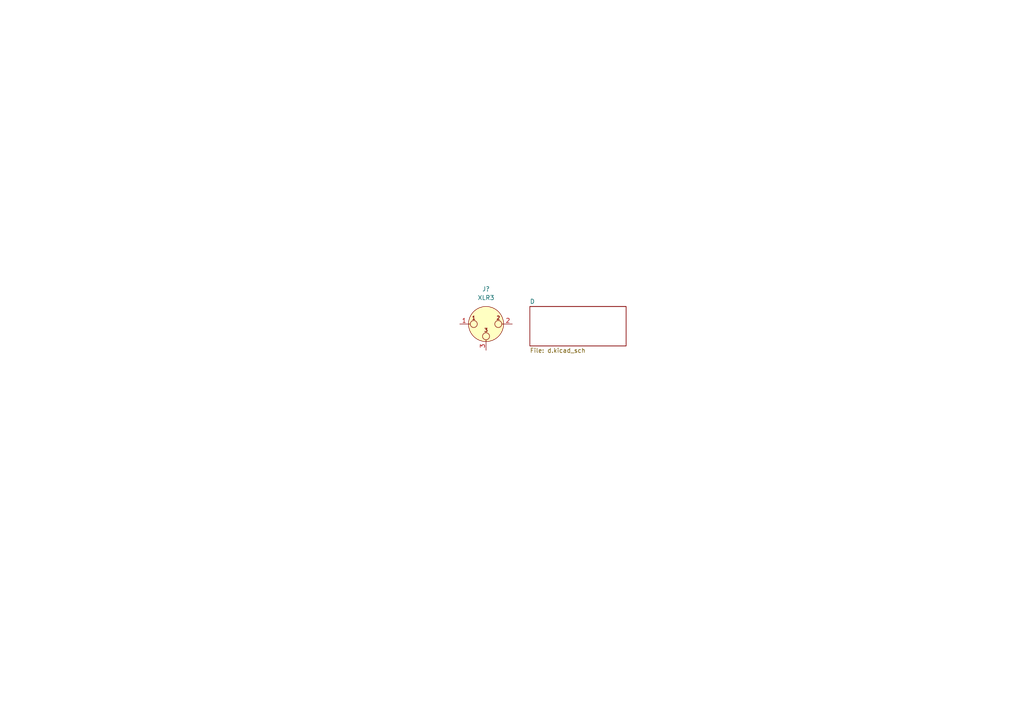
<source format=kicad_sch>
(kicad_sch (version 20211123) (generator eeschema)
  (paper "A4")
  (lib_symbols
    (symbol "Connector:XLR3" (pin_names hide)
      (property "Reference" "J" (at 0 8.89 0))
      (property "Value" "XLR3" (at 0 6.35 0))
      (symbol "XLR3_0_1"
        (circle (center -3.556 0) (radius 1.016))
        (circle (center 0 -3.556) (radius 1.016))
        (polyline (pts (xy -5.08 0) (xy -4.572 0)))
        (polyline (pts (xy 0 -5.08) (xy 0 -4.572)))
        (polyline (pts (xy 5.08 0) (xy 4.572 0)))
        (circle (center 0 0) (radius 5.08) (fill (type background)))
        (circle (center 3.556 0) (radius 1.016))
        (text "1" (at -3.556 1.778 0) (effects (font (size 1.016 1.016) bold)))
        (text "2" (at 3.556 1.778 0) (effects (font (size 1.016 1.016) bold)))
        (text "3" (at 0 -1.778 0) (effects (font (size 1.016 1.016) bold)))
        (pin passive line (at -7.62 0 0) (length 2.54) (name "~") (number "1"))
        (pin passive line (at 7.62 0 180) (length 2.54) (name "~") (number "2"))
        (pin passive line (at 0 -7.62 90) (length 2.54) (name "~") (number "3"))
      )
    )
  )
  (symbol (lib_id "Connector:XLR3") (at 140.97 93.98 0) (unit 1)
    (property "Reference" "J?" (at 140.97 83.82 0))
    (property "Value" "XLR3" (at 140.97 86.36 0))
    (property "Datasheet" " ~" (effects hide))
  )
  (sheet (at 153.67 88.9) (size 27.94 11.43) (stroke (width 0.1524))
    (property "Sheet name" "D" (at 153.67 88.1884 0) (effects (justify left bottom)))
    (property "Sheet file" "d.kicad_sch" (at 153.67 100.9146 0) (effects (justify left top)))
  )
)
</source>
